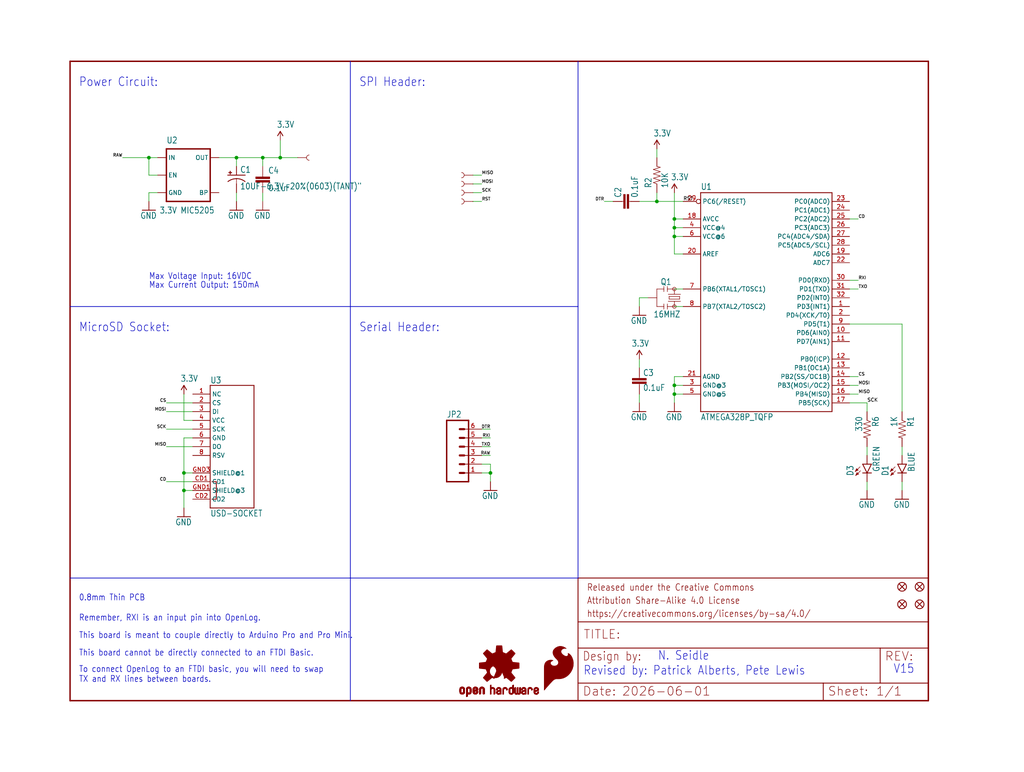
<source format=kicad_sch>
(kicad_sch (version 20230121) (generator eeschema)
  (paper "User" 297.002 223.926)
  (lib_symbols
    (symbol "working-eagle-import:0.1UF-25V(+80/-20%)(0603)"
      (property "Reference" "C" (at 1.524 2.921 0))
      (symbol "0.1UF-25V(+80/-20%)(0603)_1_0"
        (pin passive line (at 0 5.08 270) (length 2.54) (name "1") (number "1"))
        (pin passive line (at 0 -2.54 90) (length 2.54) (name "2") (number "2"))
      )
    )
    (symbol "working-eagle-import:10KOHM-1/10W-1%(0603)0603"
      (property "Reference" "R" (at -3.81 1.4986 0))
      (symbol "10KOHM-1/10W-1%(0603)0603_1_0"
        (pin passive line (at -5.08 0 0) (length 2.54) (name "1") (number "1"))
        (pin passive line (at 5.08 0 180) (length 2.54) (name "2") (number "2"))
      )
    )
    (symbol "working-eagle-import:10UF-6.3V-20%(0603)(TANT){dblquote}"
      (property "Reference" "C" (at 1.016 0.635 0))
      (symbol "10UF-6.3V-20%(0603)(TANT){dblquote}_1_0"
        (pin passive line (at 0 2.54 270) (length 2.54) (name "+") (number "A"))
        (pin passive line (at 0 -5.08 90) (length 2.54) (name "-") (number "K"))
      )
    )
    (symbol "working-eagle-import:1KOHM-1/10W-1%(0603)"
      (property "Reference" "R" (at -3.81 1.4986 0))
      (symbol "1KOHM-1/10W-1%(0603)_1_0"
        (pin passive line (at -5.08 0 0) (length 2.54) (name "1") (number "1"))
        (pin passive line (at 5.08 0 180) (length 2.54) (name "2") (number "2"))
      )
    )
    (symbol "working-eagle-import:3.3V" (power)
      (property "Value" "3.3V" (at -1.016 3.556 0))
      (symbol "3.3V_1_0"
        (pin power_in line (at 0 0 90) (length 2.54) (name "3.3V") (number "1"))
      )
    )
    (symbol "working-eagle-import:330OHM1/10W1%(0603)"
      (property "Reference" "R" (at -3.81 1.4986 0))
      (symbol "330OHM1/10W1%(0603)_1_0"
        (pin passive line (at -5.08 0 0) (length 2.54) (name "1") (number "1"))
        (pin passive line (at 5.08 0 180) (length 2.54) (name "2") (number "2"))
      )
    )
    (symbol "working-eagle-import:ATMEGA328P_TQFP"
      (property "Reference" "U" (at -20.32 33.782 0))
      (symbol "ATMEGA328P_TQFP_1_0"
        (pin bidirectional line (at 22.86 0 180) (length 5.08) (name "PD3(INT1)") (number "1"))
        (pin bidirectional line (at 22.86 -7.62 180) (length 5.08) (name "PD6(AIN0)") (number "10"))
        (pin bidirectional line (at 22.86 -10.16 180) (length 5.08) (name "PD7(AIN1)") (number "11"))
        (pin bidirectional line (at 22.86 -15.24 180) (length 5.08) (name "PB0(ICP)") (number "12"))
        (pin bidirectional line (at 22.86 -17.78 180) (length 5.08) (name "PB1(OC1A)") (number "13"))
        (pin bidirectional line (at 22.86 -20.32 180) (length 5.08) (name "PB2(SS/OC1B)") (number "14"))
        (pin bidirectional line (at 22.86 -22.86 180) (length 5.08) (name "PB3(MOSI/OC2)") (number "15"))
        (pin bidirectional line (at 22.86 -25.4 180) (length 5.08) (name "PB4(MISO)") (number "16"))
        (pin bidirectional line (at 22.86 -27.94 180) (length 5.08) (name "PB5(SCK)") (number "17"))
        (pin bidirectional line (at -25.4 25.4 0) (length 5.08) (name "AVCC") (number "18"))
        (pin bidirectional line (at 22.86 15.24 180) (length 5.08) (name "ADC6") (number "19"))
        (pin bidirectional line (at 22.86 -2.54 180) (length 5.08) (name "PD4(XCK/T0)") (number "2"))
        (pin bidirectional line (at -25.4 15.24 0) (length 5.08) (name "AREF") (number "20"))
        (pin bidirectional line (at -25.4 -20.32 0) (length 5.08) (name "AGND") (number "21"))
        (pin bidirectional line (at 22.86 12.7 180) (length 5.08) (name "ADC7") (number "22"))
        (pin bidirectional line (at 22.86 30.48 180) (length 5.08) (name "PC0(ADC0)") (number "23"))
        (pin bidirectional line (at 22.86 27.94 180) (length 5.08) (name "PC1(ADC1)") (number "24"))
        (pin bidirectional line (at 22.86 25.4 180) (length 5.08) (name "PC2(ADC2)") (number "25"))
        (pin bidirectional line (at 22.86 22.86 180) (length 5.08) (name "PC3(ADC3)") (number "26"))
        (pin bidirectional line (at 22.86 20.32 180) (length 5.08) (name "PC4(ADC4/SDA)") (number "27"))
        (pin bidirectional line (at 22.86 17.78 180) (length 5.08) (name "PC5(ADC5/SCL)") (number "28"))
        (pin bidirectional inverted (at -25.4 30.48 0) (length 5.08) (name "PC6(/RESET)") (number "29"))
        (pin bidirectional line (at -25.4 -22.86 0) (length 5.08) (name "GND@3") (number "3"))
        (pin bidirectional line (at 22.86 7.62 180) (length 5.08) (name "PD0(RXD)") (number "30"))
        (pin bidirectional line (at 22.86 5.08 180) (length 5.08) (name "PD1(TXD)") (number "31"))
        (pin bidirectional line (at 22.86 2.54 180) (length 5.08) (name "PD2(INT0)") (number "32"))
        (pin bidirectional line (at -25.4 22.86 0) (length 5.08) (name "VCC@4") (number "4"))
        (pin bidirectional line (at -25.4 -25.4 0) (length 5.08) (name "GND@5") (number "5"))
        (pin bidirectional line (at -25.4 20.32 0) (length 5.08) (name "VCC@6") (number "6"))
        (pin bidirectional line (at -25.4 5.08 0) (length 5.08) (name "PB6(XTAL1/TOSC1)") (number "7"))
        (pin bidirectional line (at -25.4 0 0) (length 5.08) (name "PB7(XTAL2/TOSC2)") (number "8"))
        (pin bidirectional line (at 22.86 -5.08 180) (length 5.08) (name "PD5(T1)") (number "9"))
      )
    )
    (symbol "working-eagle-import:FIDUCIALUFIDUCIAL")
    (symbol "working-eagle-import:FRAME-LETTER"
      (symbol "FRAME-LETTER_2_0"
        (text "${#}/${##}" (at 86.36 1.27 0) (effects (font (size 2.54 2.54)) (justify left bottom)))
        (text "${CURRENT_DATE}" (at 12.7 1.27 0) (effects (font (size 2.54 2.54)) (justify left bottom)))
        (text "${PROJECTNAME}" (at 15.494 17.78 0) (effects (font (size 2.7432 2.7432)) (justify left bottom)))
        (text "Attribution Share-Alike 4.0 License" (at 2.54 27.94 0) (effects (font (size 1.9304 1.6408)) (justify left bottom)))
        (text "Date:" (at 1.27 1.27 0) (effects (font (size 2.54 2.54)) (justify left bottom)))
        (text "Design by:" (at 1.27 11.43 0) (effects (font (size 2.54 2.159)) (justify left bottom)))
        (text "https://creativecommons.org/licenses/by-sa/4.0/" (at 2.54 24.13 0) (effects (font (size 1.9304 1.6408)) (justify left bottom)))
        (text "Released under the Creative Commons" (at 2.54 31.75 0) (effects (font (size 1.9304 1.6408)) (justify left bottom)))
        (text "REV:" (at 88.9 11.43 0) (effects (font (size 2.54 2.54)) (justify left bottom)))
        (text "Sheet:" (at 72.39 1.27 0) (effects (font (size 2.54 2.54)) (justify left bottom)))
        (text "TITLE:" (at 1.524 17.78 0) (effects (font (size 2.54 2.54)) (justify left bottom)))
      )
    )
    (symbol "working-eagle-import:GND" (power)
      (property "Value" "GND" (at -2.54 -2.54 0))
      (symbol "GND_1_0"
        (pin power_in line (at 0 2.54 270) (length 2.54) (name "GND") (number "1"))
      )
    )
    (symbol "working-eagle-import:LED-BLUE0603"
      (property "Reference" "D" (at 3.556 -4.572 90))
      (symbol "LED-BLUE0603_1_0"
        (pin passive line (at 0 2.54 270) (length 2.54) (name "A") (number "A"))
        (pin passive line (at 0 -5.08 90) (length 2.54) (name "C") (number "C"))
      )
    )
    (symbol "working-eagle-import:LED-GREEN0603"
      (property "Reference" "D" (at 3.556 -4.572 90))
      (symbol "LED-GREEN0603_1_0"
        (pin passive line (at 0 2.54 270) (length 2.54) (name "A") (number "A"))
        (pin passive line (at 0 -5.08 90) (length 2.54) (name "C") (number "C"))
      )
    )
    (symbol "working-eagle-import:M06NO_SILK_FEMALE_PTH"
      (property "Reference" "J" (at -5.08 10.922 0))
      (symbol "M06NO_SILK_FEMALE_PTH_1_0"
        (pin passive line (at 5.08 -5.08 180) (length 5.08) (name "1") (number "1"))
        (pin passive line (at 5.08 -2.54 180) (length 5.08) (name "2") (number "2"))
        (pin passive line (at 5.08 0 180) (length 5.08) (name "3") (number "3"))
        (pin passive line (at 5.08 2.54 180) (length 5.08) (name "4") (number "4"))
        (pin passive line (at 5.08 5.08 180) (length 5.08) (name "5") (number "5"))
        (pin passive line (at 5.08 7.62 180) (length 5.08) (name "6") (number "6"))
      )
    )
    (symbol "working-eagle-import:MIC52053.3V"
      (property "Reference" "U" (at -7.62 9.144 0))
      (symbol "MIC52053.3V_1_0"
        (pin input line (at -10.16 5.08 0) (length 2.54) (name "IN") (number "1"))
        (pin input line (at -10.16 -5.08 0) (length 2.54) (name "GND") (number "2"))
        (pin input line (at -10.16 0 0) (length 2.54) (name "EN") (number "3"))
        (pin input line (at 7.62 -5.08 180) (length 2.54) (name "BP") (number "4"))
        (pin passive line (at 7.62 5.08 180) (length 2.54) (name "OUT") (number "5"))
      )
    )
    (symbol "working-eagle-import:OSHW-LOGOMINI")
    (symbol "working-eagle-import:RESONATOR16MHZ"
      (property "Reference" "Y" (at 2.54 1.016 0))
      (symbol "RESONATOR16MHZ_1_0"
        (pin passive line (at -2.54 0 0) (length 0) (name "1") (number "1"))
        (pin passive line (at 0 -7.62 90) (length 0) (name "2") (number "2"))
        (pin passive line (at 2.54 0 180) (length 0) (name "3") (number "3"))
      )
    )
    (symbol "working-eagle-import:SFE_LOGO_FLAME.1_INCH")
    (symbol "working-eagle-import:TEST-POINT3"
      (symbol "TEST-POINT3_1_0"
        (pin bidirectional line (at 0 0 180) (length 0) (name "1") (number "P$1"))
      )
    )
    (symbol "working-eagle-import:USD-SOCKET"
      (property "Reference" "JP" (at -2.54 15.748 0))
      (symbol "USD-SOCKET_1_0"
        (pin bidirectional line (at -7.62 12.7 0) (length 5.08) (name "NC") (number "1"))
        (pin bidirectional line (at -7.62 10.16 0) (length 5.08) (name "CS") (number "2"))
        (pin bidirectional line (at -7.62 7.62 0) (length 5.08) (name "DI") (number "3"))
        (pin bidirectional line (at -7.62 5.08 0) (length 5.08) (name "VCC") (number "4"))
        (pin bidirectional line (at -7.62 2.54 0) (length 5.08) (name "SCK") (number "5"))
        (pin bidirectional line (at -7.62 0 0) (length 5.08) (name "GND") (number "6"))
        (pin bidirectional line (at -7.62 -2.54 0) (length 5.08) (name "DO") (number "7"))
        (pin bidirectional line (at -7.62 -5.08 0) (length 5.08) (name "RSV") (number "8"))
        (pin bidirectional line (at -7.62 -12.7 0) (length 5.08) (name "CD1") (number "CD1"))
        (pin bidirectional line (at -7.62 -17.78 0) (length 5.08) (name "CD2") (number "CD2"))
        (pin bidirectional line (at -7.62 -15.24 0) (length 5.08) (name "SHIELD@3") (number "GND1"))
        (pin bidirectional line (at -7.62 -10.16 0) (length 5.08) (name "SHIELD@1") (number "GND3"))
      )
    )
  )
  (junction (at 195.58 66.04))
  (junction (at 195.58 68.58))
  (junction (at 190.5 58.42))
  (junction (at 76.2 45.72))
  (junction (at 43.18 45.72))
  (junction (at 53.34 137.16))
  (junction (at 195.58 63.5))
  (junction (at 53.34 142.24))
  (junction (at 195.58 111.76))
  (junction (at 195.58 114.3))
  (junction (at 142.24 137.16))
  (junction (at 68.58 45.72))
  (junction (at 81.28 45.72))
  (wire (pts (xy 190.5 43.18) (xy 190.5 45.72)) (stroke (width 0.1524)))
  (wire (pts (xy 68.58 58.42) (xy 68.58 55.88)) (stroke (width 0.1524)))
  (wire (pts (xy 139.7 134.62) (xy 142.24 134.62)) (stroke (width 0.1524)))
  (wire (pts (xy 177.8 58.42) (xy 175.26 58.42)) (stroke (width 0.1524)))
  (wire (pts (xy 137.16 50.8) (xy 139.7 50.8)) (stroke (width 0.1524)))
  (wire (pts (xy 251.46 129.54) (xy 251.46 132.08)) (stroke (width 0.1524)))
  (wire (pts (xy 55.88 129.54) (xy 48.26 129.54)) (stroke (width 0.1524)))
  (wire (pts (xy 195.58 73.66) (xy 195.58 68.58)) (stroke (width 0.1524)))
  (wire (pts (xy 53.34 127) (xy 53.34 137.16)) (stroke (width 0.1524)))
  (wire (pts (xy 246.38 83.82) (xy 248.92 83.82)) (stroke (width 0.1524)))
  (wire (pts (xy 139.7 137.16) (xy 142.24 137.16)) (stroke (width 0.1524)))
  (wire (pts (xy 195.58 83.82) (xy 198.12 83.82)) (stroke (width 0.1524)))
  (polyline (pts (xy 167.64 167.64) (xy 167.64 88.9)) (stroke (width 0.2032) (type solid)))
  (wire (pts (xy 195.58 68.58) (xy 195.58 66.04)) (stroke (width 0.1524)))
  (wire (pts (xy 246.38 114.3) (xy 248.92 114.3)) (stroke (width 0.1524)))
  (wire (pts (xy 261.62 132.08) (xy 261.62 129.54)) (stroke (width 0.1524)))
  (polyline (pts (xy 167.64 88.9) (xy 167.64 17.78)) (stroke (width 0.2032) (type solid)))
  (wire (pts (xy 81.28 40.64) (xy 81.28 45.72)) (stroke (width 0.1524)))
  (wire (pts (xy 185.42 116.84) (xy 185.42 114.3)) (stroke (width 0.1524)))
  (wire (pts (xy 53.34 121.92) (xy 53.34 114.3)) (stroke (width 0.1524)))
  (wire (pts (xy 251.46 116.84) (xy 251.46 119.38)) (stroke (width 0.1524)))
  (wire (pts (xy 195.58 109.22) (xy 195.58 111.76)) (stroke (width 0.1524)))
  (wire (pts (xy 261.62 139.7) (xy 261.62 142.24)) (stroke (width 0.1524)))
  (wire (pts (xy 45.72 55.88) (xy 43.18 55.88)) (stroke (width 0.1524)))
  (wire (pts (xy 261.62 93.98) (xy 261.62 119.38)) (stroke (width 0.1524)))
  (wire (pts (xy 43.18 55.88) (xy 43.18 58.42)) (stroke (width 0.1524)))
  (wire (pts (xy 137.16 53.34) (xy 139.7 53.34)) (stroke (width 0.1524)))
  (wire (pts (xy 139.7 129.54) (xy 142.24 129.54)) (stroke (width 0.1524)))
  (wire (pts (xy 137.16 55.88) (xy 139.7 55.88)) (stroke (width 0.1524)))
  (wire (pts (xy 55.88 142.24) (xy 53.34 142.24)) (stroke (width 0.1524)))
  (wire (pts (xy 190.5 58.42) (xy 185.42 58.42)) (stroke (width 0.1524)))
  (wire (pts (xy 185.42 86.36) (xy 187.96 86.36)) (stroke (width 0.1524)))
  (wire (pts (xy 185.42 104.14) (xy 185.42 106.68)) (stroke (width 0.1524)))
  (polyline (pts (xy 101.6 167.64) (xy 20.32 167.64)) (stroke (width 0.2032) (type solid)))
  (wire (pts (xy 198.12 114.3) (xy 195.58 114.3)) (stroke (width 0.1524)))
  (wire (pts (xy 55.88 137.16) (xy 53.34 137.16)) (stroke (width 0.1524)))
  (wire (pts (xy 195.58 114.3) (xy 195.58 116.84)) (stroke (width 0.1524)))
  (wire (pts (xy 246.38 81.28) (xy 248.92 81.28)) (stroke (width 0.1524)))
  (wire (pts (xy 142.24 134.62) (xy 142.24 137.16)) (stroke (width 0.1524)))
  (wire (pts (xy 198.12 68.58) (xy 195.58 68.58)) (stroke (width 0.1524)))
  (wire (pts (xy 198.12 109.22) (xy 195.58 109.22)) (stroke (width 0.1524)))
  (wire (pts (xy 198.12 66.04) (xy 195.58 66.04)) (stroke (width 0.1524)))
  (wire (pts (xy 142.24 137.16) (xy 142.24 139.7)) (stroke (width 0.1524)))
  (wire (pts (xy 198.12 63.5) (xy 195.58 63.5)) (stroke (width 0.1524)))
  (wire (pts (xy 35.56 45.72) (xy 43.18 45.72)) (stroke (width 0.1524)))
  (wire (pts (xy 198.12 111.76) (xy 195.58 111.76)) (stroke (width 0.1524)))
  (wire (pts (xy 195.58 88.9) (xy 198.12 88.9)) (stroke (width 0.1524)))
  (wire (pts (xy 195.58 66.04) (xy 195.58 63.5)) (stroke (width 0.1524)))
  (polyline (pts (xy 20.32 88.9) (xy 167.64 88.9)) (stroke (width 0.2032) (type solid)))
  (wire (pts (xy 139.7 132.08) (xy 142.24 132.08)) (stroke (width 0.1524)))
  (wire (pts (xy 81.28 45.72) (xy 76.2 45.72)) (stroke (width 0.1524)))
  (wire (pts (xy 43.18 45.72) (xy 45.72 45.72)) (stroke (width 0.1524)))
  (polyline (pts (xy 167.64 167.64) (xy 101.6 167.64)) (stroke (width 0.2032) (type solid)))
  (polyline (pts (xy 101.6 167.64) (xy 101.6 203.2)) (stroke (width 0.2032) (type solid)))
  (wire (pts (xy 198.12 73.66) (xy 195.58 73.66)) (stroke (width 0.1524)))
  (wire (pts (xy 76.2 45.72) (xy 76.2 48.26)) (stroke (width 0.1524)))
  (wire (pts (xy 55.88 121.92) (xy 53.34 121.92)) (stroke (width 0.1524)))
  (wire (pts (xy 68.58 45.72) (xy 76.2 45.72)) (stroke (width 0.1524)))
  (wire (pts (xy 137.16 58.42) (xy 139.7 58.42)) (stroke (width 0.1524)))
  (polyline (pts (xy 101.6 17.78) (xy 101.6 167.64)) (stroke (width 0.2032) (type solid)))
  (wire (pts (xy 55.88 116.84) (xy 48.26 116.84)) (stroke (width 0.1524)))
  (wire (pts (xy 55.88 127) (xy 53.34 127)) (stroke (width 0.1524)))
  (wire (pts (xy 139.7 127) (xy 142.24 127)) (stroke (width 0.1524)))
  (wire (pts (xy 55.88 119.38) (xy 48.26 119.38)) (stroke (width 0.1524)))
  (wire (pts (xy 246.38 63.5) (xy 248.92 63.5)) (stroke (width 0.1524)))
  (wire (pts (xy 195.58 111.76) (xy 195.58 114.3)) (stroke (width 0.1524)))
  (wire (pts (xy 63.5 45.72) (xy 68.58 45.72)) (stroke (width 0.1524)))
  (wire (pts (xy 43.18 50.8) (xy 43.18 45.72)) (stroke (width 0.1524)))
  (wire (pts (xy 190.5 55.88) (xy 190.5 58.42)) (stroke (width 0.1524)))
  (wire (pts (xy 45.72 50.8) (xy 43.18 50.8)) (stroke (width 0.1524)))
  (wire (pts (xy 55.88 124.46) (xy 48.26 124.46)) (stroke (width 0.1524)))
  (wire (pts (xy 86.36 45.72) (xy 81.28 45.72)) (stroke (width 0.1524)))
  (wire (pts (xy 198.12 58.42) (xy 190.5 58.42)) (stroke (width 0.1524)))
  (wire (pts (xy 139.7 124.46) (xy 142.24 124.46)) (stroke (width 0.1524)))
  (wire (pts (xy 185.42 88.9) (xy 185.42 86.36)) (stroke (width 0.1524)))
  (wire (pts (xy 195.58 63.5) (xy 195.58 55.88)) (stroke (width 0.1524)))
  (wire (pts (xy 246.38 93.98) (xy 261.62 93.98)) (stroke (width 0.1524)))
  (wire (pts (xy 53.34 142.24) (xy 53.34 147.32)) (stroke (width 0.1524)))
  (wire (pts (xy 246.38 116.84) (xy 251.46 116.84)) (stroke (width 0.1524)))
  (wire (pts (xy 55.88 139.7) (xy 48.26 139.7)) (stroke (width 0.1524)))
  (wire (pts (xy 246.38 109.22) (xy 248.92 109.22)) (stroke (width 0.1524)))
  (wire (pts (xy 76.2 58.42) (xy 76.2 55.88)) (stroke (width 0.1524)))
  (wire (pts (xy 53.34 137.16) (xy 53.34 142.24)) (stroke (width 0.1524)))
  (wire (pts (xy 251.46 142.24) (xy 251.46 139.7)) (stroke (width 0.1524)))
  (wire (pts (xy 68.58 45.72) (xy 68.58 48.26)) (stroke (width 0.1524)))
  (wire (pts (xy 246.38 111.76) (xy 248.92 111.76)) (stroke (width 0.1524)))
  (text "MicroSD Socket:" (at 22.86 96.52 0) (effects (font (size 2.54 2.159)) (justify left bottom)))
  (text "N. Seidle" (at 190.754 191.77 0) (effects (font (size 2.54 2.159)) (justify left bottom)))
  (text "Power Circuit:" (at 22.86 25.4 0) (effects (font (size 2.54 2.159)) (justify left bottom)))
  (text "To connect OpenLog to an FTDI basic, you will need to swap\nTX and RX lines between boards." (at 22.86 198.12 0) (effects (font (size 1.778 1.5113)) (justify left bottom)))
  (text "0.8mm Thin PCB" (at 22.86 174.498 0) (effects (font (size 1.778 1.5113)) (justify left bottom)))
  (text "V15" (at 259.08 195.58 0) (effects (font (size 2.54 2.159)) (justify left bottom)))
  (text "Max Current Output: 150mA" (at 43.18 83.82 0) (effects (font (size 1.778 1.5113)) (justify left bottom)))
  (text "This board cannot be directly connected to an FTDI Basic." (at 22.86 190.5 0) (effects (font (size 1.778 1.5113)) (justify left bottom)))
  (text "This board is meant to couple directly to Arduino Pro and Pro Mini." (at 22.86 185.42 0) (effects (font (size 1.778 1.5113)) (justify left bottom)))
  (text "Revised by: Patrick Alberts, Pete Lewis" (at 169.164 196.088 0) (effects (font (size 2.54 2.159)) (justify left bottom)))
  (text "Serial Header:" (at 104.14 96.52 0) (effects (font (size 2.54 2.159)) (justify left bottom)))
  (text "Remember, RXI is an input pin into OpenLog." (at 22.86 180.34 0) (effects (font (size 1.778 1.5113)) (justify left bottom)))
  (text "Max Voltage Input: 16VDC" (at 43.18 81.28 0) (effects (font (size 1.778 1.5113)) (justify left bottom)))
  (text "SPI Header:" (at 104.14 25.4 0) (effects (font (size 2.54 2.159)) (justify left bottom)))
  (label "MOSI" (at 48.26 119.38 180) (effects (font (size 0.889 0.889))))
  (label "MISO" (at 48.26 129.54 180) (effects (font (size 0.889 0.889))))
  (label "RAW" (at 142.24 132.08 180) (effects (font (size 0.889 0.889))))
  (label "MISO" (at 139.7 50.8 0) (effects (font (size 0.889 0.889))))
  (label "SCK" (at 139.7 55.88 0) (effects (font (size 0.889 0.889))))
  (label "RAW" (at 35.56 45.72 180) (effects (font (size 0.889 0.889))))
  (label "SCK" (at 251.46 116.84 0) (effects (font (size 1.016 1.016))))
  (label "TXO" (at 142.24 129.54 180) (effects (font (size 0.889 0.889))))
  (label "RXI" (at 248.92 81.28 0) (effects (font (size 0.889 0.889))))
  (label "MOSI" (at 139.7 53.34 0) (effects (font (size 0.889 0.889))))
  (label "TXO" (at 248.92 83.82 0) (effects (font (size 0.889 0.889))))
  (label "SCK" (at 48.26 124.46 180) (effects (font (size 0.889 0.889))))
  (label "RXI" (at 142.24 127 180) (effects (font (size 0.889 0.889))))
  (label "MOSI" (at 248.92 111.76 0) (effects (font (size 0.889 0.889))))
  (label "CD" (at 48.26 139.7 180) (effects (font (size 0.889 0.889))))
  (label "CD" (at 248.92 63.5 0) (effects (font (size 0.889 0.889))))
  (label "CS" (at 248.92 109.22 0) (effects (font (size 0.889 0.889))))
  (label "RST" (at 198.12 58.42 0) (effects (font (size 1.016 1.016))))
  (label "DTR" (at 175.26 58.42 180) (effects (font (size 0.889 0.889))))
  (label "RST" (at 139.7 58.42 0) (effects (font (size 0.889 0.889))))
  (label "DTR" (at 142.24 124.46 180) (effects (font (size 0.889 0.889))))
  (label "MISO" (at 248.92 114.3 0) (effects (font (size 0.889 0.889))))
  (label "CS" (at 48.26 116.84 180) (effects (font (size 0.889 0.889))))
  (symbol (lib_id "working-eagle-import:GND") (at 53.34 149.86 0) (unit 1)
    (property "Reference" "#GND3" (effects hide))
    (property "Value" "GND" (at 50.8 152.4 0) (effects (font (size 1.778 1.5113)) (justify left bottom)))
  )
  (symbol (lib_id "working-eagle-import:LED-GREEN0603") (at 251.46 134.62 0) (unit 1)
    (property "Reference" "D3" (at 245.618 134.874 90) (effects (font (size 1.778 1.5113)) (justify right top)))
    (property "Value" "GREEN" (at 255.143 136.906 90) (effects (font (size 1.778 1.5113)) (justify left bottom)))
    (property "Footprint" "working:LED-0603" (effects hide))
  )
  (symbol (lib_id "working-eagle-import:TEST-POINT3") (at 137.16 53.34 180) (unit 1)
    (property "Reference" "TP3" (effects hide))
    (property "Value" "TEST-POINT3" (effects hide))
    (property "Footprint" "working:PAD.03X.03" (effects hide))
  )
  (symbol (lib_id "working-eagle-import:GND") (at 43.18 60.96 0) (unit 1)
    (property "Reference" "#GND30" (effects hide))
    (property "Value" "GND" (at 40.64 63.5 0) (effects (font (size 1.778 1.5113)) (justify left bottom)))
  )
  (symbol (lib_id "working-eagle-import:OSHW-LOGOMINI") (at 144.78 193.04 0) (unit 1)
    (property "Reference" "LOGO2" (effects hide))
    (property "Value" "OSHW-LOGOMINI" (effects hide))
    (property "Footprint" "working:OSHW-LOGO-MINI" (effects hide))
  )
  (symbol (lib_id "working-eagle-import:330OHM1/10W1%(0603)") (at 251.46 124.46 270) (unit 1)
    (property "Reference" "R6" (at 252.9586 120.65 0) (effects (font (size 1.778 1.5113)) (justify left bottom)))
    (property "Value" "330" (at 248.158 120.65 0) (effects (font (size 1.778 1.5113)) (justify left bottom)))
    (property "Footprint" "working:0603-RES" (effects hide))
  )
  (symbol (lib_id "working-eagle-import:3.3V") (at 185.42 104.14 0) (unit 1)
    (property "Reference" "#P+15" (effects hide))
    (property "Value" "3.3V" (at 183.134 100.584 0) (effects (font (size 1.778 1.5113)) (justify left bottom)))
  )
  (symbol (lib_id "working-eagle-import:GND") (at 195.58 119.38 0) (unit 1)
    (property "Reference" "#GND5" (effects hide))
    (property "Value" "GND" (at 193.04 121.92 0) (effects (font (size 1.778 1.5113)) (justify left bottom)))
  )
  (symbol (lib_id "working-eagle-import:10KOHM-1/10W-1%(0603)0603") (at 190.5 50.8 90) (unit 1)
    (property "Reference" "R2" (at 189.0014 54.61 0) (effects (font (size 1.778 1.5113)) (justify left bottom)))
    (property "Value" "10K" (at 193.802 54.61 0) (effects (font (size 1.778 1.5113)) (justify left bottom)))
    (property "Footprint" "working:0603-RES" (effects hide))
  )
  (symbol (lib_id "working-eagle-import:FIDUCIALUFIDUCIAL") (at 261.62 170.18 0) (unit 1)
    (property "Reference" "FID2" (effects hide))
    (property "Value" "FIDUCIALUFIDUCIAL" (effects hide))
    (property "Footprint" "working:MICRO-FIDUCIAL" (effects hide))
  )
  (symbol (lib_id "working-eagle-import:TEST-POINT3") (at 137.16 55.88 180) (unit 1)
    (property "Reference" "TP4" (effects hide))
    (property "Value" "TEST-POINT3" (effects hide))
    (property "Footprint" "working:PAD.03X.03" (effects hide))
  )
  (symbol (lib_id "working-eagle-import:3.3V") (at 53.34 114.3 0) (unit 1)
    (property "Reference" "#P+2" (effects hide))
    (property "Value" "3.3V" (at 52.324 110.744 0) (effects (font (size 1.778 1.5113)) (justify left bottom)))
  )
  (symbol (lib_id "working-eagle-import:GND") (at 185.42 119.38 0) (unit 1)
    (property "Reference" "#GND1" (effects hide))
    (property "Value" "GND" (at 182.88 121.92 0) (effects (font (size 1.778 1.5113)) (justify left bottom)))
  )
  (symbol (lib_id "working-eagle-import:TEST-POINT3") (at 137.16 58.42 180) (unit 1)
    (property "Reference" "TP5" (effects hide))
    (property "Value" "TEST-POINT3" (effects hide))
    (property "Footprint" "working:PAD.03X.03" (effects hide))
  )
  (symbol (lib_id "working-eagle-import:USD-SOCKET") (at 63.5 127 0) (unit 1)
    (property "Reference" "U3" (at 60.96 111.252 0) (effects (font (size 1.778 1.5113)) (justify left bottom)))
    (property "Value" "USD-SOCKET" (at 60.96 149.86 0) (effects (font (size 1.778 1.5113)) (justify left bottom)))
    (property "Footprint" "working:MICROSD_1_1" (effects hide))
  )
  (symbol (lib_id "working-eagle-import:0.1UF-25V(+80/-20%)(0603)") (at 76.2 53.34 0) (unit 1)
    (property "Reference" "C4" (at 77.724 50.419 0) (effects (font (size 1.778 1.5113)) (justify left bottom)))
    (property "Value" "0.1uF" (at 77.724 55.499 0) (effects (font (size 1.778 1.5113)) (justify left bottom)))
    (property "Footprint" "working:0603-CAP" (effects hide))
  )
  (symbol (lib_id "working-eagle-import:TEST-POINT3") (at 137.16 50.8 180) (unit 1)
    (property "Reference" "TP2" (effects hide))
    (property "Value" "TEST-POINT3" (effects hide))
    (property "Footprint" "working:PAD.03X.03" (effects hide))
  )
  (symbol (lib_id "working-eagle-import:SFE_LOGO_FLAME.1_INCH") (at 157.48 200.66 0) (unit 1)
    (property "Reference" "LOGO1" (effects hide))
    (property "Value" "SFE_LOGO_FLAME.1_INCH" (effects hide))
    (property "Footprint" "working:SFE_LOGO_FLAME_.1" (effects hide))
  )
  (symbol (lib_id "working-eagle-import:3.3V") (at 81.28 40.64 0) (unit 1)
    (property "Reference" "#P+12" (effects hide))
    (property "Value" "3.3V" (at 80.264 37.084 0) (effects (font (size 1.778 1.5113)) (justify left bottom)))
  )
  (symbol (lib_id "working-eagle-import:M06NO_SILK_FEMALE_PTH") (at 134.62 132.08 0) (unit 1)
    (property "Reference" "JP2" (at 129.54 121.158 0) (effects (font (size 1.778 1.5113)) (justify left bottom)))
    (property "Value" "M06NO_SILK_FEMALE_PTH" (effects hide))
    (property "Footprint" "working:1X06_NO_SILK" (effects hide))
  )
  (symbol (lib_id "working-eagle-import:GND") (at 261.62 144.78 0) (unit 1)
    (property "Reference" "#GND2" (effects hide))
    (property "Value" "GND" (at 259.08 147.32 0) (effects (font (size 1.778 1.5113)) (justify left bottom)))
  )
  (symbol (lib_id "working-eagle-import:FRAME-LETTER") (at 20.32 203.2 0) (unit 1)
    (property "Reference" "FRAME1" (effects hide))
    (property "Value" "FRAME-LETTER" (effects hide))
    (property "Footprint" "working:CREATIVE_COMMONS" (effects hide))
  )
  (symbol (lib_id "working-eagle-import:ATMEGA328P_TQFP") (at 223.52 88.9 0) (unit 1)
    (property "Reference" "U1" (at 203.2 55.118 0) (effects (font (size 1.778 1.5113)) (justify left bottom)))
    (property "Value" "ATMEGA328P_TQFP" (at 203.2 121.92 0) (effects (font (size 1.778 1.5113)) (justify left bottom)))
    (property "Footprint" "working:TQFP32-08" (effects hide))
  )
  (symbol (lib_id "working-eagle-import:3.3V") (at 195.58 55.88 0) (unit 1)
    (property "Reference" "#P+1" (effects hide))
    (property "Value" "3.3V" (at 194.564 52.324 0) (effects (font (size 1.778 1.5113)) (justify left bottom)))
  )
  (symbol (lib_id "working-eagle-import:MIC52053.3V") (at 55.88 50.8 0) (unit 1)
    (property "Reference" "U2" (at 48.26 41.656 0) (effects (font (size 1.778 1.5113)) (justify left bottom)))
    (property "Value" "3.3V MIC5205" (at 46.228 61.976 0) (effects (font (size 1.778 1.5113)) (justify left bottom)))
    (property "Footprint" "working:SOT23-5" (effects hide))
  )
  (symbol (lib_id "working-eagle-import:FIDUCIALUFIDUCIAL") (at 261.62 175.26 0) (unit 1)
    (property "Reference" "FID4" (effects hide))
    (property "Value" "FIDUCIALUFIDUCIAL" (effects hide))
    (property "Footprint" "working:MICRO-FIDUCIAL" (effects hide))
  )
  (symbol (lib_id "working-eagle-import:10UF-6.3V-20%(0603)(TANT){dblquote}") (at 68.58 50.8 0) (unit 1)
    (property "Reference" "C1" (at 69.596 50.165 0) (effects (font (size 1.778 1.5113)) (justify left bottom)))
    (property "Value" "10UF-6.3V-20%(0603)(TANT){dblquote}" (at 69.596 54.991 0) (effects (font (size 1.778 1.5113)) (justify left bottom)))
    (property "Footprint" "working:0603-POL" (effects hide))
  )
  (symbol (lib_id "working-eagle-import:LED-BLUE0603") (at 261.62 134.62 0) (unit 1)
    (property "Reference" "D1" (at 255.778 134.874 90) (effects (font (size 1.778 1.5113)) (justify right top)))
    (property "Value" "BLUE" (at 265.303 136.906 90) (effects (font (size 1.778 1.5113)) (justify left bottom)))
    (property "Footprint" "working:LED-0603" (effects hide))
  )
  (symbol (lib_id "working-eagle-import:1KOHM-1/10W-1%(0603)") (at 261.62 124.46 270) (unit 1)
    (property "Reference" "R1" (at 263.1186 120.65 0) (effects (font (size 1.778 1.5113)) (justify left bottom)))
    (property "Value" "1K" (at 258.318 120.65 0) (effects (font (size 1.778 1.5113)) (justify left bottom)))
    (property "Footprint" "working:0603-RES" (effects hide))
  )
  (symbol (lib_id "working-eagle-import:GND") (at 251.46 144.78 0) (unit 1)
    (property "Reference" "#GND8" (effects hide))
    (property "Value" "GND" (at 248.92 147.32 0) (effects (font (size 1.778 1.5113)) (justify left bottom)))
  )
  (symbol (lib_id "working-eagle-import:FIDUCIALUFIDUCIAL") (at 266.7 170.18 0) (unit 1)
    (property "Reference" "FID1" (effects hide))
    (property "Value" "FIDUCIALUFIDUCIAL" (effects hide))
    (property "Footprint" "working:MICRO-FIDUCIAL" (effects hide))
  )
  (symbol (lib_id "working-eagle-import:0.1UF-25V(+80/-20%)(0603)") (at 180.34 58.42 270) (unit 1)
    (property "Reference" "C2" (at 180.213 57.404 0) (effects (font (size 1.778 1.5113)) (justify right top)))
    (property "Value" "0.1uF" (at 185.039 57.404 0) (effects (font (size 1.778 1.5113)) (justify right top)))
    (property "Footprint" "working:0603-CAP" (effects hide))
  )
  (symbol (lib_id "working-eagle-import:GND") (at 185.42 91.44 0) (unit 1)
    (property "Reference" "#GND4" (effects hide))
    (property "Value" "GND" (at 182.88 93.98 0) (effects (font (size 1.778 1.5113)) (justify left bottom)))
  )
  (symbol (lib_id "working-eagle-import:FRAME-LETTER") (at 167.64 203.2 0) (unit 2)
    (property "Reference" "FRAME1" (effects hide))
    (property "Value" "FRAME-LETTER" (effects hide))
    (property "Footprint" "working:CREATIVE_COMMONS" (effects hide))
  )
  (symbol (lib_id "working-eagle-import:3.3V") (at 190.5 43.18 0) (unit 1)
    (property "Reference" "#P+11" (effects hide))
    (property "Value" "3.3V" (at 189.484 39.624 0) (effects (font (size 1.778 1.5113)) (justify left bottom)))
  )
  (symbol (lib_id "working-eagle-import:GND") (at 142.24 142.24 0) (unit 1)
    (property "Reference" "#GND6" (effects hide))
    (property "Value" "GND" (at 139.7 144.78 0) (effects (font (size 1.778 1.5113)) (justify left bottom)))
  )
  (symbol (lib_id "working-eagle-import:RESONATOR16MHZ") (at 195.58 86.36 270) (mirror x) (unit 1)
    (property "Reference" "Q1" (at 191.516 80.772 90) (effects (font (size 1.778 1.5113)) (justify left bottom)))
    (property "Value" "16MHZ" (at 189.484 90.17 90) (effects (font (size 1.778 1.5113)) (justify left bottom)))
    (property "Footprint" "working:RESONATOR-SMD" (effects hide))
  )
  (symbol (lib_id "working-eagle-import:TEST-POINT3") (at 86.36 45.72 0) (unit 1)
    (property "Reference" "TP1" (effects hide))
    (property "Value" "TEST-POINT3" (effects hide))
    (property "Footprint" "working:PAD.03X.03" (effects hide))
  )
  (symbol (lib_id "working-eagle-import:GND") (at 76.2 60.96 0) (unit 1)
    (property "Reference" "#GND26" (effects hide))
    (property "Value" "GND" (at 73.66 63.5 0) (effects (font (size 1.778 1.5113)) (justify left bottom)))
  )
  (symbol (lib_id "working-eagle-import:FIDUCIALUFIDUCIAL") (at 266.7 175.26 0) (unit 1)
    (property "Reference" "FID3" (effects hide))
    (property "Value" "FIDUCIALUFIDUCIAL" (effects hide))
    (property "Footprint" "working:MICRO-FIDUCIAL" (effects hide))
  )
  (symbol (lib_id "working-eagle-import:0.1UF-25V(+80/-20%)(0603)") (at 185.42 109.22 180) (unit 1)
    (property "Reference" "C3" (at 186.436 109.093 0) (effects (font (size 1.778 1.5113)) (justify right top)))
    (property "Value" "0.1uF" (at 186.436 113.411 0) (effects (font (size 1.778 1.5113)) (justify right top)))
    (property "Footprint" "working:0603-CAP" (effects hide))
  )
  (symbol (lib_id "working-eagle-import:GND") (at 68.58 60.96 0) (unit 1)
    (property "Reference" "#GND25" (effects hide))
    (property "Value" "GND" (at 66.04 63.5 0) (effects (font (size 1.778 1.5113)) (justify left bottom)))
  )
)
</source>
